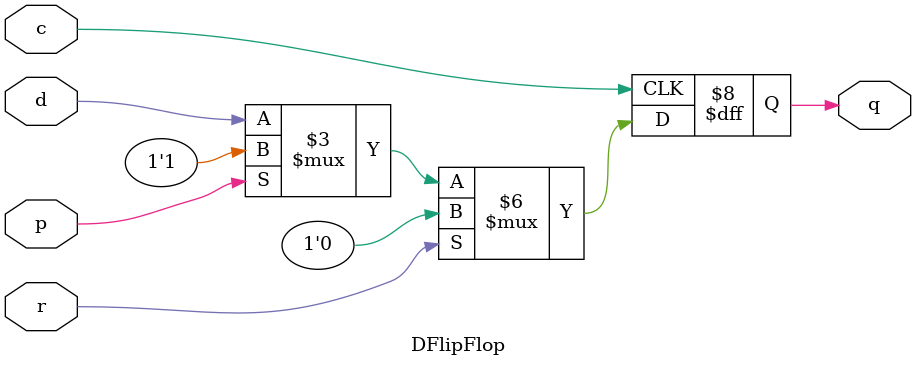
<source format=v>
/* Author: Ismael Contreras
*  Date: 11/5/2021
*
*  Purpose:
*  D- Flip Flop with a positive edge clock
*	Assign 0 if reset is 1
*	Assign 1 if preset is 1
* 	Assign q = d otherwise
*
*/

module DFlipFlop(c,r, p, d, q);

	input wire c,r,d, p;
	output  q;
	
	
	//Positive clock edge. 
	reg q;
	
	always @(posedge c) 
		if (r)
			q <= 0;
		else if (p)
			q <= 1;
		else 
			q <=d;
			

		
endmodule 

</source>
